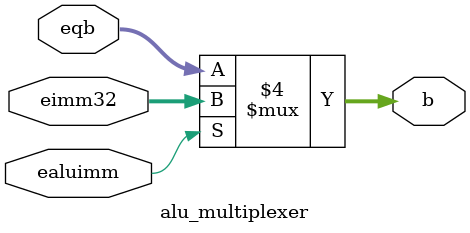
<source format=v>
`timescale 1ns / 1ps


module alu_multiplexer(
    input wire [31:0] eqb,
    input wire [31:0] eimm32,
    input wire ealuimm,
    output reg [31:0] b
    );
    always @ (*) begin
        if (ealuimm == 0) begin 
            b <= eqb;
        end
        else begin
            b <= eimm32;
        end
    end
endmodule

</source>
